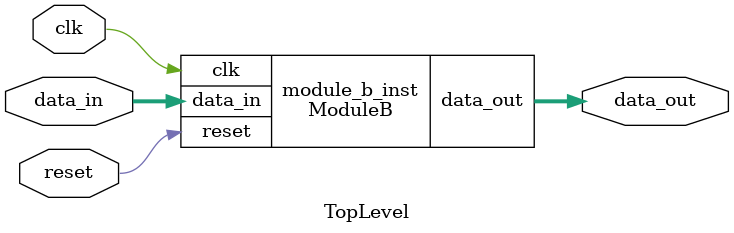
<source format=sv>
module ModuleB (
    input logic clk,
    input logic reset,
    input logic [3:0] data_in,
    output logic [3:0] data_out
);

    logic [3:0] state;

    // Sequential logic with synchronous reset
    always_ff @(posedge clk) begin
        if (reset) begin
            state <= 4'b0000;
        end else begin
            state <= data_in;
        end
    end

    // Combinational logic for output
    always_comb begin
        data_out = state;
    end

endmodule

module TopLevel (
    input logic clk,
    input logic reset,
    input logic [3:0] data_in,
    output logic [3:0] data_out
);

    // Instantiate ModuleB
    ModuleB module_b_inst (
        .clk(clk),
        .reset(reset),
        .data_in(data_in),
        .data_out(data_out)
    );

endmodule
</source>
